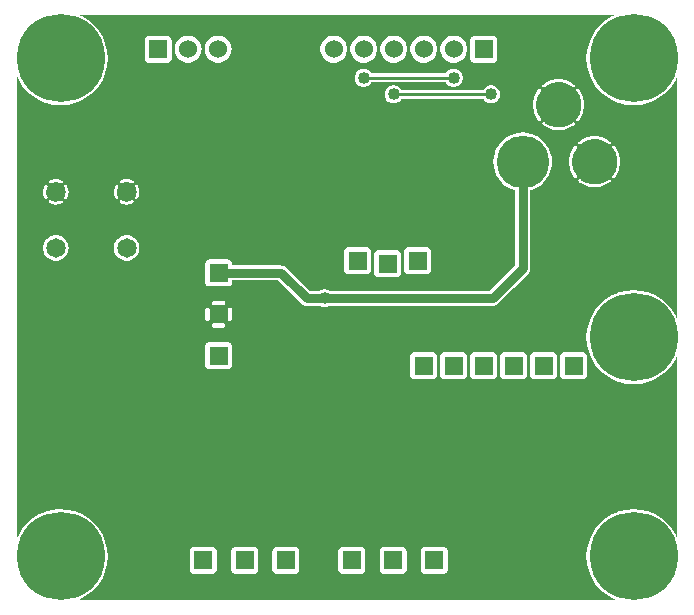
<source format=gbr>
G04 start of page 3 for group 1 idx 1 *
G04 Title: (unknown), bottom *
G04 Creator: pcb 20140316 *
G04 CreationDate: Mon 19 Dec 2016 04:58:44 AM GMT UTC *
G04 For: railfan *
G04 Format: Gerber/RS-274X *
G04 PCB-Dimensions (mil): 2250.00 2000.00 *
G04 PCB-Coordinate-Origin: lower left *
%MOIN*%
%FSLAX25Y25*%
%LNBOTTOM*%
%ADD42C,0.0350*%
%ADD41C,0.0380*%
%ADD40C,0.1250*%
%ADD39C,0.0420*%
%ADD38C,0.1100*%
%ADD37C,0.1285*%
%ADD36C,0.0200*%
%ADD35C,0.0650*%
%ADD34C,0.0600*%
%ADD33C,0.1750*%
%ADD32C,0.1500*%
%ADD31C,0.2937*%
%ADD30C,0.0100*%
%ADD29C,0.0400*%
%ADD28C,0.0300*%
%ADD27C,0.0001*%
G54D27*G36*
X190155Y169745D02*X190319Y169138D01*
X190435Y168488D01*
X190493Y167830D01*
Y167170D01*
X190435Y166512D01*
X190319Y165862D01*
X190155Y165255D01*
Y169745D01*
G37*
G36*
X202155Y150745D02*X202319Y150138D01*
X202435Y149488D01*
X202493Y148830D01*
Y148170D01*
X202435Y147512D01*
X202319Y146862D01*
X202155Y146255D01*
Y150745D01*
G37*
G36*
Y75445D02*X203138Y75038D01*
X205539Y74461D01*
X208000Y74268D01*
X210461Y74461D01*
X212862Y75038D01*
X215142Y75982D01*
X217247Y77272D01*
X219124Y78876D01*
X220728Y80753D01*
X222018Y82858D01*
X222500Y84022D01*
Y22978D01*
X222018Y24142D01*
X220728Y26247D01*
X219124Y28124D01*
X217247Y29728D01*
X215142Y31018D01*
X212862Y31962D01*
X210461Y32539D01*
X208000Y32732D01*
X205539Y32539D01*
X203138Y31962D01*
X202155Y31555D01*
Y75445D01*
G37*
G36*
Y168445D02*X203138Y168038D01*
X205539Y167461D01*
X208000Y167268D01*
X210461Y167461D01*
X212862Y168038D01*
X215142Y168982D01*
X217247Y170272D01*
X219124Y171876D01*
X220728Y173753D01*
X222018Y175858D01*
X222500Y177022D01*
Y95978D01*
X222018Y97142D01*
X220728Y99247D01*
X219124Y101124D01*
X217247Y102728D01*
X215142Y104018D01*
X212862Y104962D01*
X210461Y105539D01*
X208000Y105732D01*
X205539Y105539D01*
X203138Y104962D01*
X202155Y104555D01*
Y143896D01*
X202530Y144539D01*
X202849Y145216D01*
X203107Y145919D01*
X203303Y146642D01*
X203434Y147380D01*
X203500Y148126D01*
Y148874D01*
X203434Y149621D01*
X203303Y150358D01*
X203107Y151081D01*
X202849Y151784D01*
X202530Y152461D01*
X202155Y153104D01*
Y168445D01*
G37*
G36*
X190155Y197500D02*X202022D01*
X200858Y197018D01*
X198753Y195728D01*
X196876Y194124D01*
X195272Y192247D01*
X193982Y190142D01*
X193038Y187862D01*
X192461Y185461D01*
X192268Y183000D01*
X192461Y180539D01*
X193038Y178138D01*
X193982Y175858D01*
X195272Y173753D01*
X196876Y171876D01*
X198753Y170272D01*
X200858Y168982D01*
X202155Y168445D01*
Y153104D01*
X202152Y153108D01*
X201719Y153719D01*
X201666Y153779D01*
X201604Y153828D01*
X201534Y153868D01*
X201460Y153896D01*
X201381Y153912D01*
X201302Y153916D01*
X201222Y153907D01*
X201145Y153886D01*
X201073Y153853D01*
X201006Y153809D01*
X200947Y153756D01*
X200897Y153693D01*
X200857Y153624D01*
X200829Y153549D01*
X200813Y153471D01*
X200809Y153391D01*
X200818Y153312D01*
X200839Y153235D01*
X200872Y153162D01*
X200917Y153096D01*
X201305Y152562D01*
X201638Y151992D01*
X201919Y151395D01*
X202147Y150775D01*
X202155Y150745D01*
Y146255D01*
X202147Y146225D01*
X201919Y145605D01*
X201638Y145008D01*
X201305Y144438D01*
X200923Y143899D01*
X200879Y143834D01*
X200846Y143763D01*
X200825Y143687D01*
X200817Y143609D01*
X200820Y143530D01*
X200836Y143453D01*
X200864Y143379D01*
X200903Y143311D01*
X200952Y143249D01*
X201010Y143196D01*
X201076Y143153D01*
X201148Y143121D01*
X201224Y143100D01*
X201302Y143091D01*
X201381Y143095D01*
X201458Y143111D01*
X201531Y143139D01*
X201600Y143178D01*
X201661Y143227D01*
X201713Y143286D01*
X202152Y143892D01*
X202155Y143896D01*
Y104555D01*
X200858Y104018D01*
X198753Y102728D01*
X196876Y101124D01*
X195272Y99247D01*
X193982Y97142D01*
X193038Y94862D01*
X192461Y92461D01*
X192268Y90000D01*
X192461Y87539D01*
X193038Y85138D01*
X193982Y82858D01*
X195272Y80753D01*
X196876Y78876D01*
X198753Y77272D01*
X200858Y75982D01*
X202155Y75445D01*
Y31555D01*
X200858Y31018D01*
X198753Y29728D01*
X196876Y28124D01*
X195272Y26247D01*
X193982Y24142D01*
X193038Y21862D01*
X192461Y19461D01*
X192268Y17000D01*
X192461Y14539D01*
X193038Y12138D01*
X193982Y9858D01*
X195272Y7753D01*
X196876Y5876D01*
X198753Y4272D01*
X200858Y2982D01*
X202022Y2500D01*
X190155D01*
Y76011D01*
X191235Y76014D01*
X191465Y76069D01*
X191683Y76159D01*
X191884Y76283D01*
X192064Y76436D01*
X192217Y76616D01*
X192341Y76817D01*
X192431Y77035D01*
X192486Y77265D01*
X192500Y77500D01*
X192486Y83735D01*
X192431Y83965D01*
X192341Y84183D01*
X192217Y84384D01*
X192064Y84564D01*
X191884Y84717D01*
X191683Y84841D01*
X191465Y84931D01*
X191235Y84986D01*
X191000Y85000D01*
X190155Y84998D01*
Y141520D01*
X190392Y141348D01*
X191039Y140970D01*
X191716Y140651D01*
X192419Y140393D01*
X193142Y140197D01*
X193879Y140066D01*
X194626Y140000D01*
X195374D01*
X196120Y140066D01*
X196858Y140197D01*
X197581Y140393D01*
X198284Y140651D01*
X198961Y140970D01*
X199608Y141348D01*
X200219Y141781D01*
X200279Y141834D01*
X200328Y141896D01*
X200368Y141966D01*
X200396Y142040D01*
X200412Y142119D01*
X200416Y142198D01*
X200407Y142278D01*
X200386Y142355D01*
X200353Y142427D01*
X200309Y142494D01*
X200256Y142553D01*
X200193Y142603D01*
X200124Y142643D01*
X200049Y142671D01*
X199971Y142687D01*
X199891Y142691D01*
X199812Y142682D01*
X199735Y142661D01*
X199662Y142628D01*
X199596Y142583D01*
X199062Y142195D01*
X198492Y141862D01*
X197895Y141581D01*
X197275Y141353D01*
X196638Y141181D01*
X195988Y141065D01*
X195330Y141007D01*
X194670D01*
X194012Y141065D01*
X193362Y141181D01*
X192725Y141353D01*
X192105Y141581D01*
X191508Y141862D01*
X190938Y142195D01*
X190399Y142577D01*
X190334Y142621D01*
X190263Y142654D01*
X190187Y142675D01*
X190155Y142678D01*
Y154315D01*
X190188Y154318D01*
X190265Y154339D01*
X190338Y154372D01*
X190404Y154417D01*
X190938Y154805D01*
X191508Y155138D01*
X192105Y155419D01*
X192725Y155647D01*
X193362Y155819D01*
X194012Y155935D01*
X194670Y155993D01*
X195330D01*
X195988Y155935D01*
X196638Y155819D01*
X197275Y155647D01*
X197895Y155419D01*
X198492Y155138D01*
X199062Y154805D01*
X199601Y154423D01*
X199666Y154379D01*
X199737Y154346D01*
X199813Y154325D01*
X199891Y154317D01*
X199970Y154320D01*
X200047Y154336D01*
X200121Y154364D01*
X200189Y154403D01*
X200251Y154452D01*
X200304Y154510D01*
X200347Y154576D01*
X200379Y154648D01*
X200400Y154724D01*
X200409Y154802D01*
X200405Y154881D01*
X200389Y154958D01*
X200361Y155031D01*
X200322Y155100D01*
X200273Y155161D01*
X200214Y155213D01*
X199608Y155652D01*
X198961Y156030D01*
X198284Y156349D01*
X197581Y156607D01*
X196858Y156803D01*
X196120Y156934D01*
X195374Y157000D01*
X194626D01*
X193879Y156934D01*
X193142Y156803D01*
X192419Y156607D01*
X191716Y156349D01*
X191039Y156030D01*
X190392Y155652D01*
X190155Y155484D01*
Y162896D01*
X190530Y163539D01*
X190849Y164216D01*
X191107Y164919D01*
X191303Y165642D01*
X191434Y166380D01*
X191500Y167126D01*
Y167874D01*
X191434Y168621D01*
X191303Y169358D01*
X191107Y170081D01*
X190849Y170784D01*
X190530Y171461D01*
X190155Y172104D01*
Y197500D01*
G37*
G36*
X187845Y76006D02*X190155Y76011D01*
Y2500D01*
X187845D01*
Y76006D01*
G37*
G36*
Y197500D02*X190155D01*
Y172104D01*
X190152Y172108D01*
X189719Y172719D01*
X189666Y172779D01*
X189604Y172828D01*
X189534Y172868D01*
X189460Y172896D01*
X189381Y172912D01*
X189302Y172916D01*
X189222Y172907D01*
X189145Y172886D01*
X189073Y172853D01*
X189006Y172809D01*
X188947Y172756D01*
X188897Y172693D01*
X188857Y172624D01*
X188829Y172549D01*
X188813Y172471D01*
X188809Y172391D01*
X188818Y172312D01*
X188839Y172235D01*
X188872Y172162D01*
X188917Y172096D01*
X189305Y171562D01*
X189638Y170992D01*
X189919Y170395D01*
X190147Y169775D01*
X190155Y169745D01*
Y165255D01*
X190147Y165225D01*
X189919Y164605D01*
X189638Y164008D01*
X189305Y163438D01*
X188923Y162899D01*
X188879Y162834D01*
X188846Y162763D01*
X188825Y162687D01*
X188817Y162609D01*
X188820Y162530D01*
X188836Y162453D01*
X188864Y162379D01*
X188903Y162311D01*
X188952Y162249D01*
X189010Y162196D01*
X189076Y162153D01*
X189148Y162121D01*
X189224Y162100D01*
X189302Y162091D01*
X189381Y162095D01*
X189458Y162111D01*
X189531Y162139D01*
X189600Y162178D01*
X189661Y162227D01*
X189713Y162286D01*
X190152Y162892D01*
X190155Y162896D01*
Y155484D01*
X189781Y155219D01*
X189721Y155166D01*
X189672Y155104D01*
X189632Y155034D01*
X189604Y154960D01*
X189588Y154881D01*
X189584Y154802D01*
X189593Y154722D01*
X189614Y154645D01*
X189647Y154573D01*
X189691Y154506D01*
X189744Y154447D01*
X189807Y154397D01*
X189876Y154357D01*
X189951Y154329D01*
X190029Y154313D01*
X190109Y154309D01*
X190155Y154315D01*
Y142678D01*
X190109Y142683D01*
X190030Y142680D01*
X189953Y142664D01*
X189879Y142636D01*
X189811Y142597D01*
X189749Y142548D01*
X189696Y142490D01*
X189653Y142424D01*
X189621Y142352D01*
X189600Y142276D01*
X189591Y142198D01*
X189595Y142119D01*
X189611Y142042D01*
X189639Y141969D01*
X189678Y141900D01*
X189727Y141839D01*
X189786Y141787D01*
X190155Y141520D01*
Y84998D01*
X187845Y84993D01*
Y143896D01*
X187848Y143892D01*
X188281Y143281D01*
X188334Y143221D01*
X188396Y143172D01*
X188466Y143132D01*
X188540Y143104D01*
X188619Y143088D01*
X188698Y143084D01*
X188778Y143093D01*
X188855Y143114D01*
X188927Y143147D01*
X188994Y143191D01*
X189053Y143244D01*
X189103Y143307D01*
X189143Y143376D01*
X189171Y143451D01*
X189187Y143529D01*
X189191Y143609D01*
X189182Y143688D01*
X189161Y143765D01*
X189128Y143838D01*
X189083Y143904D01*
X188695Y144438D01*
X188362Y145008D01*
X188081Y145605D01*
X187853Y146225D01*
X187845Y146255D01*
Y150745D01*
X187853Y150775D01*
X188081Y151395D01*
X188362Y151992D01*
X188695Y152562D01*
X189077Y153101D01*
X189121Y153166D01*
X189154Y153237D01*
X189175Y153313D01*
X189183Y153391D01*
X189180Y153470D01*
X189164Y153547D01*
X189136Y153621D01*
X189097Y153689D01*
X189048Y153751D01*
X188990Y153804D01*
X188924Y153847D01*
X188852Y153879D01*
X188776Y153900D01*
X188698Y153909D01*
X188619Y153905D01*
X188542Y153889D01*
X188469Y153861D01*
X188400Y153822D01*
X188339Y153773D01*
X188287Y153714D01*
X187848Y153108D01*
X187845Y153104D01*
Y160516D01*
X188219Y160781D01*
X188279Y160834D01*
X188328Y160896D01*
X188368Y160966D01*
X188396Y161040D01*
X188412Y161119D01*
X188416Y161198D01*
X188407Y161278D01*
X188386Y161355D01*
X188353Y161427D01*
X188309Y161494D01*
X188256Y161553D01*
X188193Y161603D01*
X188124Y161643D01*
X188049Y161671D01*
X187971Y161687D01*
X187891Y161691D01*
X187845Y161686D01*
Y173322D01*
X187891Y173317D01*
X187970Y173320D01*
X188047Y173336D01*
X188121Y173364D01*
X188189Y173403D01*
X188251Y173452D01*
X188304Y173510D01*
X188347Y173576D01*
X188379Y173648D01*
X188400Y173724D01*
X188409Y173802D01*
X188405Y173881D01*
X188389Y173958D01*
X188361Y174031D01*
X188322Y174100D01*
X188273Y174161D01*
X188214Y174213D01*
X187845Y174480D01*
Y197500D01*
G37*
G36*
Y146255D02*X187681Y146862D01*
X187565Y147512D01*
X187507Y148170D01*
Y148830D01*
X187565Y149488D01*
X187681Y150138D01*
X187845Y150745D01*
Y146255D01*
G37*
G36*
Y161686D02*X187812Y161682D01*
X187735Y161661D01*
X187662Y161628D01*
X187596Y161583D01*
X187062Y161195D01*
X186492Y160862D01*
X185895Y160581D01*
X185275Y160353D01*
X184638Y160181D01*
X183988Y160065D01*
X183330Y160007D01*
X183004D01*
Y174993D01*
X183330D01*
X183988Y174935D01*
X184638Y174819D01*
X185275Y174647D01*
X185895Y174419D01*
X186492Y174138D01*
X187062Y173805D01*
X187601Y173423D01*
X187666Y173379D01*
X187737Y173346D01*
X187813Y173325D01*
X187845Y173322D01*
Y161686D01*
G37*
G36*
Y84993D02*X184765Y84986D01*
X184535Y84931D01*
X184317Y84841D01*
X184116Y84717D01*
X183936Y84564D01*
X183783Y84384D01*
X183659Y84183D01*
X183569Y83965D01*
X183514Y83735D01*
X183500Y83500D01*
X183514Y77265D01*
X183569Y77035D01*
X183659Y76817D01*
X183783Y76616D01*
X183936Y76436D01*
X184116Y76283D01*
X184317Y76159D01*
X184535Y76069D01*
X184765Y76014D01*
X185000Y76000D01*
X187845Y76006D01*
Y2500D01*
X183004D01*
Y159000D01*
X183374D01*
X184120Y159066D01*
X184858Y159197D01*
X185581Y159393D01*
X186284Y159651D01*
X186961Y159970D01*
X187608Y160348D01*
X187845Y160516D01*
Y153104D01*
X187470Y152461D01*
X187151Y151784D01*
X186893Y151081D01*
X186697Y150358D01*
X186566Y149621D01*
X186500Y148874D01*
Y148126D01*
X186566Y147380D01*
X186697Y146642D01*
X186893Y145919D01*
X187151Y145216D01*
X187470Y144539D01*
X187845Y143896D01*
Y84993D01*
G37*
G36*
X183004Y197500D02*X187845D01*
Y174480D01*
X187608Y174652D01*
X186961Y175030D01*
X186284Y175349D01*
X185581Y175607D01*
X184858Y175803D01*
X184120Y175934D01*
X183374Y176000D01*
X183004D01*
Y197500D01*
G37*
G36*
X175845D02*X183004D01*
Y176000D01*
X182626D01*
X181879Y175934D01*
X181142Y175803D01*
X180419Y175607D01*
X179716Y175349D01*
X179039Y175030D01*
X178392Y174652D01*
X177781Y174219D01*
X177721Y174166D01*
X177672Y174104D01*
X177632Y174034D01*
X177604Y173960D01*
X177588Y173881D01*
X177584Y173802D01*
X177593Y173722D01*
X177614Y173645D01*
X177647Y173573D01*
X177691Y173506D01*
X177744Y173447D01*
X177807Y173397D01*
X177876Y173357D01*
X177951Y173329D01*
X178029Y173313D01*
X178109Y173309D01*
X178188Y173318D01*
X178265Y173339D01*
X178338Y173372D01*
X178404Y173417D01*
X178938Y173805D01*
X179508Y174138D01*
X180105Y174419D01*
X180725Y174647D01*
X181362Y174819D01*
X182012Y174935D01*
X182670Y174993D01*
X183004D01*
Y160007D01*
X182670D01*
X182012Y160065D01*
X181362Y160181D01*
X180725Y160353D01*
X180105Y160581D01*
X179508Y160862D01*
X178938Y161195D01*
X178399Y161577D01*
X178334Y161621D01*
X178263Y161654D01*
X178187Y161675D01*
X178109Y161683D01*
X178030Y161680D01*
X177953Y161664D01*
X177879Y161636D01*
X177811Y161597D01*
X177749Y161548D01*
X177696Y161490D01*
X177653Y161424D01*
X177621Y161352D01*
X177600Y161276D01*
X177591Y161198D01*
X177595Y161119D01*
X177611Y161042D01*
X177639Y160969D01*
X177678Y160900D01*
X177727Y160839D01*
X177786Y160787D01*
X178392Y160348D01*
X179039Y159970D01*
X179716Y159651D01*
X180419Y159393D01*
X181142Y159197D01*
X181879Y159066D01*
X182626Y159000D01*
X183004D01*
Y2500D01*
X175845D01*
Y76002D01*
X181235Y76014D01*
X181465Y76069D01*
X181683Y76159D01*
X181884Y76283D01*
X182064Y76436D01*
X182217Y76616D01*
X182341Y76817D01*
X182431Y77035D01*
X182486Y77265D01*
X182500Y77500D01*
X182486Y83735D01*
X182431Y83965D01*
X182341Y84183D01*
X182217Y84384D01*
X182064Y84564D01*
X181884Y84717D01*
X181683Y84841D01*
X181465Y84931D01*
X181235Y84986D01*
X181000Y85000D01*
X175845Y84989D01*
Y140034D01*
X176749Y140588D01*
X177916Y141584D01*
X178912Y142751D01*
X179714Y144060D01*
X180301Y145478D01*
X180660Y146970D01*
X180750Y148500D01*
X180660Y150030D01*
X180301Y151522D01*
X179714Y152940D01*
X178912Y154249D01*
X177916Y155416D01*
X176749Y156412D01*
X175845Y156966D01*
Y162896D01*
X175848Y162892D01*
X176281Y162281D01*
X176334Y162221D01*
X176396Y162172D01*
X176466Y162132D01*
X176540Y162104D01*
X176619Y162088D01*
X176698Y162084D01*
X176778Y162093D01*
X176855Y162114D01*
X176927Y162147D01*
X176994Y162191D01*
X177053Y162244D01*
X177103Y162307D01*
X177143Y162376D01*
X177171Y162451D01*
X177187Y162529D01*
X177191Y162609D01*
X177182Y162688D01*
X177161Y162765D01*
X177128Y162838D01*
X177083Y162904D01*
X176695Y163438D01*
X176362Y164008D01*
X176081Y164605D01*
X175853Y165225D01*
X175845Y165255D01*
Y169745D01*
X175853Y169775D01*
X176081Y170395D01*
X176362Y170992D01*
X176695Y171562D01*
X177077Y172101D01*
X177121Y172166D01*
X177154Y172237D01*
X177175Y172313D01*
X177183Y172391D01*
X177180Y172470D01*
X177164Y172547D01*
X177136Y172621D01*
X177097Y172689D01*
X177048Y172751D01*
X176990Y172804D01*
X176924Y172847D01*
X176852Y172879D01*
X176776Y172900D01*
X176698Y172909D01*
X176619Y172905D01*
X176542Y172889D01*
X176469Y172861D01*
X176400Y172822D01*
X176339Y172773D01*
X176287Y172714D01*
X175848Y172108D01*
X175845Y172104D01*
Y197500D01*
G37*
G36*
Y165255D02*X175681Y165862D01*
X175565Y166512D01*
X175507Y167170D01*
Y167830D01*
X175565Y168488D01*
X175681Y169138D01*
X175845Y169745D01*
Y165255D01*
G37*
G36*
Y2500D02*X168000D01*
Y76007D01*
X171235Y76014D01*
X171465Y76069D01*
X171683Y76159D01*
X171884Y76283D01*
X172064Y76436D01*
X172217Y76616D01*
X172341Y76817D01*
X172431Y77035D01*
X172486Y77265D01*
X172500Y77500D01*
X172486Y83735D01*
X172431Y83965D01*
X172341Y84183D01*
X172217Y84384D01*
X172064Y84564D01*
X171884Y84717D01*
X171683Y84841D01*
X171465Y84931D01*
X171235Y84986D01*
X171000Y85000D01*
X168000Y84993D01*
Y106464D01*
X172698Y111163D01*
X172773Y111227D01*
X173029Y111526D01*
X173029Y111526D01*
X173234Y111862D01*
X173385Y112225D01*
X173477Y112608D01*
X173508Y113000D01*
X173500Y113098D01*
Y139073D01*
X174022Y139199D01*
X175440Y139786D01*
X175845Y140034D01*
Y84989D01*
X174765Y84986D01*
X174535Y84931D01*
X174317Y84841D01*
X174116Y84717D01*
X173936Y84564D01*
X173783Y84384D01*
X173659Y84183D01*
X173569Y83965D01*
X173514Y83735D01*
X173500Y83500D01*
X173514Y77265D01*
X173569Y77035D01*
X173659Y76817D01*
X173783Y76616D01*
X173936Y76436D01*
X174116Y76283D01*
X174317Y76159D01*
X174535Y76069D01*
X174765Y76014D01*
X175000Y76000D01*
X175845Y76002D01*
Y2500D01*
G37*
G36*
X168000D02*X158000D01*
Y76007D01*
X161235Y76014D01*
X161465Y76069D01*
X161683Y76159D01*
X161884Y76283D01*
X162064Y76436D01*
X162217Y76616D01*
X162341Y76817D01*
X162431Y77035D01*
X162486Y77265D01*
X162500Y77500D01*
X162486Y83735D01*
X162431Y83965D01*
X162341Y84183D01*
X162217Y84384D01*
X162064Y84564D01*
X161884Y84717D01*
X161683Y84841D01*
X161465Y84931D01*
X161235Y84986D01*
X161000Y85000D01*
X158000Y84993D01*
Y100500D01*
X160902D01*
X161000Y100492D01*
X161392Y100523D01*
X161392Y100523D01*
X161775Y100615D01*
X162138Y100766D01*
X162474Y100971D01*
X162773Y101227D01*
X162837Y101302D01*
X168000Y106464D01*
Y84993D01*
X164765Y84986D01*
X164535Y84931D01*
X164317Y84841D01*
X164116Y84717D01*
X163936Y84564D01*
X163783Y84384D01*
X163659Y84183D01*
X163569Y83965D01*
X163514Y83735D01*
X163500Y83500D01*
X163514Y77265D01*
X163569Y77035D01*
X163659Y76817D01*
X163783Y76616D01*
X163936Y76436D01*
X164116Y76283D01*
X164317Y76159D01*
X164535Y76069D01*
X164765Y76014D01*
X165000Y76000D01*
X168000Y76007D01*
Y2500D01*
G37*
G36*
X158000D02*X144245D01*
Y11185D01*
X144850Y11187D01*
X145079Y11242D01*
X145297Y11332D01*
X145499Y11456D01*
X145678Y11609D01*
X145831Y11788D01*
X145955Y11990D01*
X146045Y12208D01*
X146100Y12437D01*
X146114Y12673D01*
X146100Y18908D01*
X146045Y19138D01*
X145955Y19356D01*
X145831Y19557D01*
X145678Y19737D01*
X145499Y19890D01*
X145297Y20013D01*
X145079Y20104D01*
X144850Y20159D01*
X144614Y20173D01*
X144245Y20172D01*
Y76203D01*
X144317Y76159D01*
X144535Y76069D01*
X144765Y76014D01*
X145000Y76000D01*
X151235Y76014D01*
X151465Y76069D01*
X151683Y76159D01*
X151884Y76283D01*
X152064Y76436D01*
X152217Y76616D01*
X152341Y76817D01*
X152431Y77035D01*
X152486Y77265D01*
X152500Y77500D01*
X152486Y83735D01*
X152431Y83965D01*
X152341Y84183D01*
X152217Y84384D01*
X152064Y84564D01*
X151884Y84717D01*
X151683Y84841D01*
X151465Y84931D01*
X151235Y84986D01*
X151000Y85000D01*
X144765Y84986D01*
X144535Y84931D01*
X144317Y84841D01*
X144245Y84797D01*
Y100500D01*
X158000D01*
Y84993D01*
X154765Y84986D01*
X154535Y84931D01*
X154317Y84841D01*
X154116Y84717D01*
X153936Y84564D01*
X153783Y84384D01*
X153659Y84183D01*
X153569Y83965D01*
X153514Y83735D01*
X153500Y83500D01*
X153514Y77265D01*
X153569Y77035D01*
X153659Y76817D01*
X153783Y76616D01*
X153936Y76436D01*
X154116Y76283D01*
X154317Y76159D01*
X154535Y76069D01*
X154765Y76014D01*
X155000Y76000D01*
X158000Y76007D01*
Y2500D01*
G37*
G36*
Y197500D02*X175845D01*
Y172104D01*
X175470Y171461D01*
X175151Y170784D01*
X174893Y170081D01*
X174697Y169358D01*
X174566Y168621D01*
X174500Y167874D01*
Y167126D01*
X174566Y166380D01*
X174697Y165642D01*
X174893Y164919D01*
X175151Y164216D01*
X175470Y163539D01*
X175845Y162896D01*
Y156966D01*
X175440Y157214D01*
X174022Y157801D01*
X172530Y158160D01*
X171000Y158280D01*
X169470Y158160D01*
X167978Y157801D01*
X166560Y157214D01*
X165251Y156412D01*
X164084Y155416D01*
X163088Y154249D01*
X162286Y152940D01*
X161699Y151522D01*
X161340Y150030D01*
X161220Y148500D01*
X161340Y146970D01*
X161699Y145478D01*
X162286Y144060D01*
X163088Y142751D01*
X164084Y141584D01*
X165251Y140588D01*
X166560Y139786D01*
X167978Y139199D01*
X168500Y139073D01*
Y114036D01*
X159964Y105500D01*
X158000D01*
Y169338D01*
X158065Y169231D01*
X158372Y168872D01*
X158731Y168565D01*
X159134Y168319D01*
X159570Y168138D01*
X160029Y168028D01*
X160500Y167991D01*
X160971Y168028D01*
X161430Y168138D01*
X161866Y168319D01*
X162269Y168565D01*
X162628Y168872D01*
X162935Y169231D01*
X163181Y169634D01*
X163362Y170070D01*
X163472Y170529D01*
X163500Y171000D01*
X163472Y171471D01*
X163362Y171930D01*
X163181Y172366D01*
X162935Y172769D01*
X162628Y173128D01*
X162269Y173435D01*
X161866Y173681D01*
X161430Y173862D01*
X160971Y173972D01*
X160500Y174009D01*
X160029Y173972D01*
X159570Y173862D01*
X159134Y173681D01*
X158731Y173435D01*
X158372Y173128D01*
X158065Y172769D01*
X158000Y172662D01*
Y181507D01*
X161235Y181514D01*
X161465Y181569D01*
X161683Y181659D01*
X161884Y181783D01*
X162064Y181936D01*
X162217Y182116D01*
X162341Y182317D01*
X162431Y182535D01*
X162486Y182765D01*
X162500Y183000D01*
X162486Y189235D01*
X162431Y189465D01*
X162341Y189683D01*
X162217Y189884D01*
X162064Y190064D01*
X161884Y190217D01*
X161683Y190341D01*
X161465Y190431D01*
X161235Y190486D01*
X161000Y190500D01*
X158000Y190493D01*
Y197500D01*
G37*
G36*
Y105500D02*X144245D01*
Y169500D01*
X157901D01*
X158000Y169338D01*
Y105500D01*
G37*
G36*
X144245Y197500D02*X158000D01*
Y190493D01*
X154765Y190486D01*
X154535Y190431D01*
X154317Y190341D01*
X154116Y190217D01*
X153936Y190064D01*
X153783Y189884D01*
X153659Y189683D01*
X153569Y189465D01*
X153514Y189235D01*
X153500Y189000D01*
X153514Y182765D01*
X153569Y182535D01*
X153659Y182317D01*
X153783Y182116D01*
X153936Y181936D01*
X154116Y181783D01*
X154317Y181659D01*
X154535Y181569D01*
X154765Y181514D01*
X155000Y181500D01*
X158000Y181507D01*
Y172662D01*
X157901Y172500D01*
X144245D01*
Y175000D01*
X145401D01*
X145565Y174731D01*
X145872Y174372D01*
X146231Y174065D01*
X146634Y173819D01*
X147070Y173638D01*
X147529Y173528D01*
X148000Y173491D01*
X148471Y173528D01*
X148930Y173638D01*
X149366Y173819D01*
X149769Y174065D01*
X150128Y174372D01*
X150435Y174731D01*
X150681Y175134D01*
X150862Y175570D01*
X150972Y176029D01*
X151000Y176500D01*
X150972Y176971D01*
X150862Y177430D01*
X150681Y177866D01*
X150435Y178269D01*
X150128Y178628D01*
X149769Y178935D01*
X149366Y179181D01*
X148930Y179362D01*
X148471Y179472D01*
X148000Y179509D01*
X147529Y179472D01*
X147070Y179362D01*
X146634Y179181D01*
X146231Y178935D01*
X145872Y178628D01*
X145565Y178269D01*
X145401Y178000D01*
X144245D01*
Y183515D01*
X144348Y183347D01*
X144808Y182808D01*
X145347Y182348D01*
X145951Y181978D01*
X146605Y181707D01*
X147294Y181542D01*
X148000Y181486D01*
X148706Y181542D01*
X149395Y181707D01*
X150049Y181978D01*
X150653Y182348D01*
X151192Y182808D01*
X151652Y183347D01*
X152022Y183951D01*
X152293Y184605D01*
X152458Y185294D01*
X152500Y186000D01*
X152458Y186706D01*
X152293Y187395D01*
X152022Y188049D01*
X151652Y188653D01*
X151192Y189192D01*
X150653Y189652D01*
X150049Y190022D01*
X149395Y190293D01*
X148706Y190458D01*
X148000Y190514D01*
X147294Y190458D01*
X146605Y190293D01*
X145951Y190022D01*
X145347Y189652D01*
X144808Y189192D01*
X144348Y188653D01*
X144245Y188485D01*
Y197500D01*
G37*
G36*
X136000Y100500D02*X144245D01*
Y84797D01*
X144116Y84717D01*
X143936Y84564D01*
X143783Y84384D01*
X143659Y84183D01*
X143569Y83965D01*
X143514Y83735D01*
X143500Y83500D01*
X143514Y77265D01*
X143569Y77035D01*
X143659Y76817D01*
X143783Y76616D01*
X143936Y76436D01*
X144116Y76283D01*
X144245Y76203D01*
Y20172D01*
X138379Y20159D01*
X138149Y20104D01*
X137931Y20013D01*
X137730Y19890D01*
X137550Y19737D01*
X137397Y19557D01*
X137274Y19356D01*
X137183Y19138D01*
X137128Y18908D01*
X137114Y18673D01*
X137128Y12437D01*
X137183Y12208D01*
X137274Y11990D01*
X137397Y11788D01*
X137550Y11609D01*
X137730Y11456D01*
X137931Y11332D01*
X138149Y11242D01*
X138379Y11187D01*
X138614Y11173D01*
X144245Y11185D01*
Y2500D01*
X136000D01*
Y76002D01*
X141235Y76014D01*
X141465Y76069D01*
X141683Y76159D01*
X141884Y76283D01*
X142064Y76436D01*
X142217Y76616D01*
X142341Y76817D01*
X142431Y77035D01*
X142486Y77265D01*
X142500Y77500D01*
X142486Y83735D01*
X142431Y83965D01*
X142341Y84183D01*
X142217Y84384D01*
X142064Y84564D01*
X141884Y84717D01*
X141683Y84841D01*
X141465Y84931D01*
X141235Y84986D01*
X141000Y85000D01*
X136000Y84989D01*
Y100500D01*
G37*
G36*
Y169500D02*X144245D01*
Y105500D01*
X136000D01*
Y111007D01*
X139235Y111014D01*
X139465Y111069D01*
X139683Y111159D01*
X139884Y111283D01*
X140064Y111436D01*
X140217Y111616D01*
X140341Y111817D01*
X140431Y112035D01*
X140486Y112265D01*
X140500Y112500D01*
X140486Y118735D01*
X140431Y118965D01*
X140341Y119183D01*
X140217Y119384D01*
X140064Y119564D01*
X139884Y119717D01*
X139683Y119841D01*
X139465Y119931D01*
X139235Y119986D01*
X139000Y120000D01*
X136000Y119993D01*
Y169500D01*
G37*
G36*
Y175000D02*X144245D01*
Y172500D01*
X136000D01*
Y175000D01*
G37*
G36*
Y197500D02*X144245D01*
Y188485D01*
X143978Y188049D01*
X143707Y187395D01*
X143542Y186706D01*
X143486Y186000D01*
X143542Y185294D01*
X143707Y184605D01*
X143978Y183951D01*
X144245Y183515D01*
Y178000D01*
X136000D01*
Y181958D01*
X136605Y181707D01*
X137294Y181542D01*
X138000Y181486D01*
X138706Y181542D01*
X139395Y181707D01*
X140049Y181978D01*
X140653Y182348D01*
X141192Y182808D01*
X141652Y183347D01*
X142022Y183951D01*
X142293Y184605D01*
X142458Y185294D01*
X142500Y186000D01*
X142458Y186706D01*
X142293Y187395D01*
X142022Y188049D01*
X141652Y188653D01*
X141192Y189192D01*
X140653Y189652D01*
X140049Y190022D01*
X139395Y190293D01*
X138706Y190458D01*
X138000Y190514D01*
X137294Y190458D01*
X136605Y190293D01*
X136000Y190042D01*
Y197500D01*
G37*
G36*
X127993Y100500D02*X136000D01*
Y84989D01*
X134765Y84986D01*
X134535Y84931D01*
X134317Y84841D01*
X134116Y84717D01*
X133936Y84564D01*
X133783Y84384D01*
X133659Y84183D01*
X133569Y83965D01*
X133514Y83735D01*
X133500Y83500D01*
X133514Y77265D01*
X133569Y77035D01*
X133659Y76817D01*
X133783Y76616D01*
X133936Y76436D01*
X134116Y76283D01*
X134317Y76159D01*
X134535Y76069D01*
X134765Y76014D01*
X135000Y76000D01*
X136000Y76002D01*
Y2500D01*
X127993D01*
Y11180D01*
X131070Y11187D01*
X131300Y11242D01*
X131518Y11332D01*
X131719Y11456D01*
X131899Y11609D01*
X132052Y11788D01*
X132176Y11990D01*
X132266Y12208D01*
X132321Y12437D01*
X132335Y12673D01*
X132321Y18908D01*
X132266Y19138D01*
X132176Y19356D01*
X132052Y19557D01*
X131899Y19737D01*
X131719Y19890D01*
X131518Y20013D01*
X131300Y20104D01*
X131070Y20159D01*
X130835Y20173D01*
X127993Y20166D01*
Y100500D01*
G37*
G36*
Y167991D02*X128000Y167991D01*
X128471Y168028D01*
X128930Y168138D01*
X129366Y168319D01*
X129769Y168565D01*
X130128Y168872D01*
X130435Y169231D01*
X130599Y169500D01*
X136000D01*
Y119993D01*
X132765Y119986D01*
X132535Y119931D01*
X132317Y119841D01*
X132116Y119717D01*
X131936Y119564D01*
X131783Y119384D01*
X131659Y119183D01*
X131569Y118965D01*
X131514Y118735D01*
X131500Y118500D01*
X131514Y112265D01*
X131569Y112035D01*
X131659Y111817D01*
X131783Y111616D01*
X131936Y111436D01*
X132116Y111283D01*
X132317Y111159D01*
X132535Y111069D01*
X132765Y111014D01*
X133000Y111000D01*
X136000Y111007D01*
Y105500D01*
X127993D01*
Y110011D01*
X129235Y110014D01*
X129465Y110069D01*
X129683Y110159D01*
X129884Y110283D01*
X130064Y110436D01*
X130217Y110616D01*
X130341Y110817D01*
X130431Y111035D01*
X130486Y111265D01*
X130500Y111500D01*
X130486Y117735D01*
X130431Y117965D01*
X130341Y118183D01*
X130217Y118384D01*
X130064Y118564D01*
X129884Y118717D01*
X129683Y118841D01*
X129465Y118931D01*
X129235Y118986D01*
X129000Y119000D01*
X127993Y118998D01*
Y167991D01*
G37*
G36*
Y175000D02*X136000D01*
Y172500D01*
X130599D01*
X130435Y172769D01*
X130128Y173128D01*
X129769Y173435D01*
X129366Y173681D01*
X128930Y173862D01*
X128471Y173972D01*
X128000Y174009D01*
X127993Y174009D01*
Y175000D01*
G37*
G36*
Y197500D02*X136000D01*
Y190042D01*
X135951Y190022D01*
X135347Y189652D01*
X134808Y189192D01*
X134348Y188653D01*
X133978Y188049D01*
X133707Y187395D01*
X133542Y186706D01*
X133486Y186000D01*
X133542Y185294D01*
X133707Y184605D01*
X133978Y183951D01*
X134348Y183347D01*
X134808Y182808D01*
X135347Y182348D01*
X135951Y181978D01*
X136000Y181958D01*
Y178000D01*
X127993D01*
Y181487D01*
X128000Y181486D01*
X128706Y181542D01*
X129395Y181707D01*
X130049Y181978D01*
X130653Y182348D01*
X131192Y182808D01*
X131652Y183347D01*
X132022Y183951D01*
X132293Y184605D01*
X132458Y185294D01*
X132500Y186000D01*
X132458Y186706D01*
X132293Y187395D01*
X132022Y188049D01*
X131652Y188653D01*
X131192Y189192D01*
X130653Y189652D01*
X130049Y190022D01*
X129395Y190293D01*
X128706Y190458D01*
X128000Y190514D01*
X127993Y190513D01*
Y197500D01*
G37*
G36*
X117993Y100500D02*X127993D01*
Y20166D01*
X124600Y20159D01*
X124370Y20104D01*
X124152Y20013D01*
X123951Y19890D01*
X123771Y19737D01*
X123618Y19557D01*
X123494Y19356D01*
X123404Y19138D01*
X123349Y18908D01*
X123335Y18673D01*
X123349Y12437D01*
X123404Y12208D01*
X123494Y11990D01*
X123618Y11788D01*
X123771Y11609D01*
X123951Y11456D01*
X124152Y11332D01*
X124370Y11242D01*
X124600Y11187D01*
X124835Y11173D01*
X127993Y11180D01*
Y2500D01*
X117993D01*
Y11501D01*
X118119Y11609D01*
X118272Y11788D01*
X118396Y11990D01*
X118486Y12208D01*
X118541Y12437D01*
X118555Y12673D01*
X118541Y18908D01*
X118486Y19138D01*
X118396Y19356D01*
X118272Y19557D01*
X118119Y19737D01*
X117993Y19844D01*
Y100500D01*
G37*
G36*
Y173491D02*X118000Y173491D01*
X118471Y173528D01*
X118930Y173638D01*
X119366Y173819D01*
X119769Y174065D01*
X120128Y174372D01*
X120435Y174731D01*
X120599Y175000D01*
X127993D01*
Y174009D01*
X127529Y173972D01*
X127070Y173862D01*
X126634Y173681D01*
X126231Y173435D01*
X125872Y173128D01*
X125565Y172769D01*
X125319Y172366D01*
X125138Y171930D01*
X125028Y171471D01*
X124991Y171000D01*
X125028Y170529D01*
X125138Y170070D01*
X125319Y169634D01*
X125565Y169231D01*
X125872Y168872D01*
X126231Y168565D01*
X126634Y168319D01*
X127070Y168138D01*
X127529Y168028D01*
X127993Y167991D01*
Y118998D01*
X122765Y118986D01*
X122535Y118931D01*
X122317Y118841D01*
X122116Y118717D01*
X121936Y118564D01*
X121783Y118384D01*
X121659Y118183D01*
X121569Y117965D01*
X121514Y117735D01*
X121500Y117500D01*
X121514Y111265D01*
X121569Y111035D01*
X121659Y110817D01*
X121783Y110616D01*
X121936Y110436D01*
X122116Y110283D01*
X122317Y110159D01*
X122535Y110069D01*
X122765Y110014D01*
X123000Y110000D01*
X127993Y110011D01*
Y105500D01*
X117993D01*
Y111011D01*
X119235Y111014D01*
X119465Y111069D01*
X119683Y111159D01*
X119884Y111283D01*
X120064Y111436D01*
X120217Y111616D01*
X120341Y111817D01*
X120431Y112035D01*
X120486Y112265D01*
X120500Y112500D01*
X120486Y118735D01*
X120431Y118965D01*
X120341Y119183D01*
X120217Y119384D01*
X120064Y119564D01*
X119884Y119717D01*
X119683Y119841D01*
X119465Y119931D01*
X119235Y119986D01*
X119000Y120000D01*
X117993Y119998D01*
Y173491D01*
G37*
G36*
Y197500D02*X127993D01*
Y190513D01*
X127294Y190458D01*
X126605Y190293D01*
X125951Y190022D01*
X125347Y189652D01*
X124808Y189192D01*
X124348Y188653D01*
X123978Y188049D01*
X123707Y187395D01*
X123542Y186706D01*
X123486Y186000D01*
X123542Y185294D01*
X123707Y184605D01*
X123978Y183951D01*
X124348Y183347D01*
X124808Y182808D01*
X125347Y182348D01*
X125951Y181978D01*
X126605Y181707D01*
X127294Y181542D01*
X127993Y181487D01*
Y178000D01*
X120599D01*
X120435Y178269D01*
X120128Y178628D01*
X119769Y178935D01*
X119366Y179181D01*
X118930Y179362D01*
X118471Y179472D01*
X118000Y179509D01*
X117993Y179509D01*
Y181487D01*
X118000Y181486D01*
X118706Y181542D01*
X119395Y181707D01*
X120049Y181978D01*
X120653Y182348D01*
X121192Y182808D01*
X121652Y183347D01*
X122022Y183951D01*
X122293Y184605D01*
X122458Y185294D01*
X122500Y186000D01*
X122458Y186706D01*
X122293Y187395D01*
X122022Y188049D01*
X121652Y188653D01*
X121192Y189192D01*
X120653Y189652D01*
X120049Y190022D01*
X119395Y190293D01*
X118706Y190458D01*
X118000Y190514D01*
X117993Y190513D01*
Y197500D01*
G37*
G36*
X107993Y100500D02*X117993D01*
Y19844D01*
X117940Y19890D01*
X117738Y20013D01*
X117520Y20104D01*
X117290Y20159D01*
X117055Y20173D01*
X110820Y20159D01*
X110590Y20104D01*
X110372Y20013D01*
X110171Y19890D01*
X109991Y19737D01*
X109838Y19557D01*
X109714Y19356D01*
X109624Y19138D01*
X109569Y18908D01*
X109555Y18673D01*
X109569Y12437D01*
X109624Y12208D01*
X109714Y11990D01*
X109838Y11788D01*
X109991Y11609D01*
X110171Y11456D01*
X110372Y11332D01*
X110590Y11242D01*
X110820Y11187D01*
X111055Y11173D01*
X117290Y11187D01*
X117520Y11242D01*
X117738Y11332D01*
X117940Y11456D01*
X117993Y11501D01*
Y2500D01*
X107993D01*
Y100500D01*
G37*
G36*
Y197500D02*X117993D01*
Y190513D01*
X117294Y190458D01*
X116605Y190293D01*
X115951Y190022D01*
X115347Y189652D01*
X114808Y189192D01*
X114348Y188653D01*
X113978Y188049D01*
X113707Y187395D01*
X113542Y186706D01*
X113486Y186000D01*
X113542Y185294D01*
X113707Y184605D01*
X113978Y183951D01*
X114348Y183347D01*
X114808Y182808D01*
X115347Y182348D01*
X115951Y181978D01*
X116605Y181707D01*
X117294Y181542D01*
X117993Y181487D01*
Y179509D01*
X117529Y179472D01*
X117070Y179362D01*
X116634Y179181D01*
X116231Y178935D01*
X115872Y178628D01*
X115565Y178269D01*
X115319Y177866D01*
X115138Y177430D01*
X115028Y176971D01*
X114991Y176500D01*
X115028Y176029D01*
X115138Y175570D01*
X115319Y175134D01*
X115565Y174731D01*
X115872Y174372D01*
X116231Y174065D01*
X116634Y173819D01*
X117070Y173638D01*
X117529Y173528D01*
X117993Y173491D01*
Y119998D01*
X112765Y119986D01*
X112535Y119931D01*
X112317Y119841D01*
X112116Y119717D01*
X111936Y119564D01*
X111783Y119384D01*
X111659Y119183D01*
X111569Y118965D01*
X111514Y118735D01*
X111500Y118500D01*
X111514Y112265D01*
X111569Y112035D01*
X111659Y111817D01*
X111783Y111616D01*
X111936Y111436D01*
X112116Y111283D01*
X112317Y111159D01*
X112535Y111069D01*
X112765Y111014D01*
X113000Y111000D01*
X117993Y111011D01*
Y105500D01*
X107993D01*
Y181487D01*
X108000Y181486D01*
X108706Y181542D01*
X109395Y181707D01*
X110049Y181978D01*
X110653Y182348D01*
X111192Y182808D01*
X111652Y183347D01*
X112022Y183951D01*
X112293Y184605D01*
X112458Y185294D01*
X112500Y186000D01*
X112458Y186706D01*
X112293Y187395D01*
X112022Y188049D01*
X111652Y188653D01*
X111192Y189192D01*
X110653Y189652D01*
X110049Y190022D01*
X109395Y190293D01*
X108706Y190458D01*
X108000Y190514D01*
X107993Y190513D01*
Y197500D01*
G37*
G36*
X92114Y106350D02*X97163Y101302D01*
X97227Y101227D01*
X97526Y100971D01*
X97862Y100766D01*
X98225Y100615D01*
X98608Y100523D01*
X98608D01*
X99000Y100492D01*
X99098Y100500D01*
X103338D01*
X103634Y100319D01*
X104070Y100138D01*
X104529Y100028D01*
X105000Y99991D01*
X105471Y100028D01*
X105930Y100138D01*
X106366Y100319D01*
X106662Y100500D01*
X107993D01*
Y2500D01*
X92114D01*
Y11180D01*
X95350Y11187D01*
X95579Y11242D01*
X95797Y11332D01*
X95999Y11456D01*
X96178Y11609D01*
X96331Y11788D01*
X96455Y11990D01*
X96545Y12208D01*
X96600Y12437D01*
X96614Y12673D01*
X96600Y18908D01*
X96545Y19138D01*
X96455Y19356D01*
X96331Y19557D01*
X96178Y19737D01*
X95999Y19890D01*
X95797Y20013D01*
X95579Y20104D01*
X95350Y20159D01*
X95114Y20173D01*
X92114Y20166D01*
Y106350D01*
G37*
G36*
X78335Y108945D02*X89520D01*
X92114Y106350D01*
Y20166D01*
X88879Y20159D01*
X88649Y20104D01*
X88431Y20013D01*
X88230Y19890D01*
X88050Y19737D01*
X87897Y19557D01*
X87774Y19356D01*
X87683Y19138D01*
X87628Y18908D01*
X87614Y18673D01*
X87628Y12437D01*
X87683Y12208D01*
X87774Y11990D01*
X87897Y11788D01*
X88050Y11609D01*
X88230Y11456D01*
X88431Y11332D01*
X88649Y11242D01*
X88879Y11187D01*
X89114Y11173D01*
X92114Y11180D01*
Y2500D01*
X78335D01*
Y11180D01*
X81570Y11187D01*
X81800Y11242D01*
X82018Y11332D01*
X82219Y11456D01*
X82399Y11609D01*
X82552Y11788D01*
X82676Y11990D01*
X82766Y12208D01*
X82821Y12437D01*
X82835Y12673D01*
X82821Y18908D01*
X82766Y19138D01*
X82676Y19356D01*
X82552Y19557D01*
X82399Y19737D01*
X82219Y19890D01*
X82018Y20013D01*
X81800Y20104D01*
X81570Y20159D01*
X81335Y20173D01*
X78335Y20166D01*
Y108945D01*
G37*
G36*
X73423Y107145D02*X73557Y107228D01*
X73737Y107381D01*
X73890Y107560D01*
X74014Y107762D01*
X74104Y107980D01*
X74159Y108210D01*
X74173Y108445D01*
X74172Y108945D01*
X78335D01*
Y20166D01*
X75100Y20159D01*
X74870Y20104D01*
X74652Y20013D01*
X74451Y19890D01*
X74271Y19737D01*
X74118Y19557D01*
X73994Y19356D01*
X73904Y19138D01*
X73849Y18908D01*
X73835Y18673D01*
X73849Y12437D01*
X73904Y12208D01*
X73994Y11990D01*
X74118Y11788D01*
X74271Y11609D01*
X74451Y11456D01*
X74652Y11332D01*
X74870Y11242D01*
X75100Y11187D01*
X75335Y11173D01*
X78335Y11180D01*
Y2500D01*
X73423D01*
Y79586D01*
X73557Y79669D01*
X73737Y79822D01*
X73890Y80001D01*
X74014Y80203D01*
X74104Y80421D01*
X74159Y80650D01*
X74173Y80886D01*
X74159Y87121D01*
X74104Y87351D01*
X74014Y87569D01*
X73890Y87770D01*
X73737Y87950D01*
X73557Y88103D01*
X73423Y88185D01*
Y95413D01*
X73541Y95422D01*
X73655Y95449D01*
X73765Y95495D01*
X73865Y95556D01*
X73955Y95633D01*
X74032Y95723D01*
X74093Y95823D01*
X74138Y95932D01*
X74166Y96047D01*
X74173Y96165D01*
Y99165D01*
X74166Y99283D01*
X74138Y99397D01*
X74093Y99507D01*
X74032Y99607D01*
X73955Y99697D01*
X73865Y99774D01*
X73765Y99835D01*
X73655Y99880D01*
X73541Y99908D01*
X73423Y99917D01*
Y107145D01*
G37*
G36*
Y2500D02*X69493D01*
Y79392D01*
X72908Y79400D01*
X73138Y79455D01*
X73356Y79545D01*
X73423Y79586D01*
Y2500D01*
G37*
G36*
X69493Y106951D02*X72908Y106959D01*
X73138Y107014D01*
X73356Y107104D01*
X73423Y107145D01*
Y99917D01*
X73305Y99908D01*
X73191Y99880D01*
X73081Y99835D01*
X72981Y99774D01*
X72891Y99697D01*
X72814Y99607D01*
X72753Y99507D01*
X72708Y99397D01*
X72680Y99283D01*
X72673Y99165D01*
Y96165D01*
X72680Y96047D01*
X72708Y95932D01*
X72753Y95823D01*
X72814Y95723D01*
X72891Y95633D01*
X72981Y95556D01*
X73081Y95495D01*
X73191Y95449D01*
X73305Y95422D01*
X73423Y95413D01*
Y88185D01*
X73356Y88226D01*
X73138Y88317D01*
X72908Y88372D01*
X72673Y88386D01*
X69493Y88379D01*
Y93165D01*
X71173D01*
X71291Y93172D01*
X71405Y93199D01*
X71515Y93245D01*
X71615Y93306D01*
X71705Y93383D01*
X71782Y93473D01*
X71843Y93573D01*
X71888Y93682D01*
X71916Y93797D01*
X71925Y93915D01*
X71916Y94033D01*
X71888Y94147D01*
X71843Y94257D01*
X71782Y94357D01*
X71705Y94447D01*
X71615Y94524D01*
X71515Y94585D01*
X71405Y94630D01*
X71291Y94658D01*
X71173Y94665D01*
X69493D01*
Y100665D01*
X71173D01*
X71291Y100672D01*
X71405Y100699D01*
X71515Y100745D01*
X71615Y100806D01*
X71705Y100883D01*
X71782Y100973D01*
X71843Y101073D01*
X71888Y101182D01*
X71916Y101297D01*
X71925Y101415D01*
X71916Y101533D01*
X71888Y101647D01*
X71843Y101757D01*
X71782Y101857D01*
X71705Y101947D01*
X71615Y102024D01*
X71515Y102085D01*
X71405Y102130D01*
X71291Y102158D01*
X71173Y102165D01*
X69493D01*
Y106951D01*
G37*
G36*
Y197500D02*X107993D01*
Y190513D01*
X107294Y190458D01*
X106605Y190293D01*
X105951Y190022D01*
X105347Y189652D01*
X104808Y189192D01*
X104348Y188653D01*
X103978Y188049D01*
X103707Y187395D01*
X103542Y186706D01*
X103486Y186000D01*
X103542Y185294D01*
X103707Y184605D01*
X103978Y183951D01*
X104348Y183347D01*
X104808Y182808D01*
X105347Y182348D01*
X105951Y181978D01*
X106605Y181707D01*
X107294Y181542D01*
X107993Y181487D01*
Y105500D01*
X106662D01*
X106366Y105681D01*
X105930Y105862D01*
X105471Y105972D01*
X105000Y106009D01*
X104529Y105972D01*
X104070Y105862D01*
X103634Y105681D01*
X103338Y105500D01*
X100036D01*
X92392Y113143D01*
X92328Y113218D01*
X92029Y113474D01*
X91694Y113679D01*
X91330Y113830D01*
X91039Y113900D01*
X90947Y113922D01*
X90555Y113953D01*
X90457Y113945D01*
X74161D01*
X74159Y114680D01*
X74104Y114910D01*
X74014Y115128D01*
X73890Y115329D01*
X73737Y115509D01*
X73557Y115662D01*
X73356Y115786D01*
X73138Y115876D01*
X72908Y115931D01*
X72673Y115945D01*
X69493Y115938D01*
Y181487D01*
X69500Y181486D01*
X70206Y181542D01*
X70895Y181707D01*
X71549Y181978D01*
X72153Y182348D01*
X72692Y182808D01*
X73152Y183347D01*
X73522Y183951D01*
X73793Y184605D01*
X73958Y185294D01*
X74000Y186000D01*
X73958Y186706D01*
X73793Y187395D01*
X73522Y188049D01*
X73152Y188653D01*
X72692Y189192D01*
X72153Y189652D01*
X71549Y190022D01*
X70895Y190293D01*
X70206Y190458D01*
X69500Y190514D01*
X69493Y190513D01*
Y197500D01*
G37*
G36*
X65923Y79586D02*X65990Y79545D01*
X66208Y79455D01*
X66438Y79400D01*
X66673Y79386D01*
X69493Y79392D01*
Y2500D01*
X65923D01*
Y11183D01*
X67790Y11187D01*
X68020Y11242D01*
X68238Y11332D01*
X68440Y11456D01*
X68619Y11609D01*
X68772Y11788D01*
X68896Y11990D01*
X68986Y12208D01*
X69041Y12437D01*
X69055Y12673D01*
X69041Y18908D01*
X68986Y19138D01*
X68896Y19356D01*
X68772Y19557D01*
X68619Y19737D01*
X68440Y19890D01*
X68238Y20013D01*
X68020Y20104D01*
X67790Y20159D01*
X67555Y20173D01*
X65923Y20169D01*
Y79586D01*
G37*
G36*
Y107145D02*X65990Y107104D01*
X66208Y107014D01*
X66438Y106959D01*
X66673Y106945D01*
X69493Y106951D01*
Y102165D01*
X68173D01*
X68055Y102158D01*
X67941Y102130D01*
X67831Y102085D01*
X67731Y102024D01*
X67641Y101947D01*
X67564Y101857D01*
X67503Y101757D01*
X67458Y101647D01*
X67430Y101533D01*
X67421Y101415D01*
X67430Y101297D01*
X67458Y101182D01*
X67503Y101073D01*
X67564Y100973D01*
X67641Y100883D01*
X67731Y100806D01*
X67831Y100745D01*
X67941Y100699D01*
X68055Y100672D01*
X68173Y100665D01*
X69493D01*
Y94665D01*
X68173D01*
X68055Y94658D01*
X67941Y94630D01*
X67831Y94585D01*
X67731Y94524D01*
X67641Y94447D01*
X67564Y94357D01*
X67503Y94257D01*
X67458Y94147D01*
X67430Y94033D01*
X67421Y93915D01*
X67430Y93797D01*
X67458Y93682D01*
X67503Y93573D01*
X67564Y93473D01*
X67641Y93383D01*
X67731Y93306D01*
X67831Y93245D01*
X67941Y93199D01*
X68055Y93172D01*
X68173Y93165D01*
X69493D01*
Y88379D01*
X66438Y88372D01*
X66208Y88317D01*
X65990Y88226D01*
X65923Y88185D01*
Y95413D01*
X66041Y95422D01*
X66155Y95449D01*
X66265Y95495D01*
X66365Y95556D01*
X66455Y95633D01*
X66532Y95723D01*
X66593Y95823D01*
X66638Y95932D01*
X66666Y96047D01*
X66673Y96165D01*
Y99165D01*
X66666Y99283D01*
X66638Y99397D01*
X66593Y99507D01*
X66532Y99607D01*
X66455Y99697D01*
X66365Y99774D01*
X66265Y99835D01*
X66155Y99880D01*
X66041Y99908D01*
X65923Y99917D01*
Y107145D01*
G37*
G36*
Y183259D02*X66308Y182808D01*
X66847Y182348D01*
X67451Y181978D01*
X68105Y181707D01*
X68794Y181542D01*
X69493Y181487D01*
Y115938D01*
X66438Y115931D01*
X66208Y115876D01*
X65990Y115786D01*
X65923Y115745D01*
Y183259D01*
G37*
G36*
Y197500D02*X69493D01*
Y190513D01*
X68794Y190458D01*
X68105Y190293D01*
X67451Y190022D01*
X66847Y189652D01*
X66308Y189192D01*
X65923Y188741D01*
Y197500D01*
G37*
G36*
X59493D02*X65923D01*
Y188741D01*
X65848Y188653D01*
X65478Y188049D01*
X65207Y187395D01*
X65042Y186706D01*
X64986Y186000D01*
X65042Y185294D01*
X65207Y184605D01*
X65478Y183951D01*
X65848Y183347D01*
X65923Y183259D01*
Y115745D01*
X65789Y115662D01*
X65609Y115509D01*
X65456Y115329D01*
X65332Y115128D01*
X65242Y114910D01*
X65187Y114680D01*
X65173Y114445D01*
X65187Y108210D01*
X65242Y107980D01*
X65332Y107762D01*
X65456Y107560D01*
X65609Y107381D01*
X65789Y107228D01*
X65923Y107145D01*
Y99917D01*
X65805Y99908D01*
X65691Y99880D01*
X65581Y99835D01*
X65481Y99774D01*
X65391Y99697D01*
X65314Y99607D01*
X65253Y99507D01*
X65208Y99397D01*
X65180Y99283D01*
X65173Y99165D01*
Y96165D01*
X65180Y96047D01*
X65208Y95932D01*
X65253Y95823D01*
X65314Y95723D01*
X65391Y95633D01*
X65481Y95556D01*
X65581Y95495D01*
X65691Y95449D01*
X65805Y95422D01*
X65923Y95413D01*
Y88185D01*
X65789Y88103D01*
X65609Y87950D01*
X65456Y87770D01*
X65332Y87569D01*
X65242Y87351D01*
X65187Y87121D01*
X65173Y86886D01*
X65187Y80650D01*
X65242Y80421D01*
X65332Y80203D01*
X65456Y80001D01*
X65609Y79822D01*
X65789Y79669D01*
X65923Y79586D01*
Y20169D01*
X61320Y20159D01*
X61090Y20104D01*
X60872Y20013D01*
X60671Y19890D01*
X60491Y19737D01*
X60338Y19557D01*
X60214Y19356D01*
X60124Y19138D01*
X60069Y18908D01*
X60055Y18673D01*
X60069Y12437D01*
X60124Y12208D01*
X60214Y11990D01*
X60338Y11788D01*
X60491Y11609D01*
X60671Y11456D01*
X60872Y11332D01*
X61090Y11242D01*
X61320Y11187D01*
X61555Y11173D01*
X65923Y11183D01*
Y2500D01*
X59493D01*
Y181487D01*
X59500Y181486D01*
X60206Y181542D01*
X60895Y181707D01*
X61549Y181978D01*
X62153Y182348D01*
X62692Y182808D01*
X63152Y183347D01*
X63522Y183951D01*
X63793Y184605D01*
X63958Y185294D01*
X64000Y186000D01*
X63958Y186706D01*
X63793Y187395D01*
X63522Y188049D01*
X63152Y188653D01*
X62692Y189192D01*
X62153Y189652D01*
X61549Y190022D01*
X60895Y190293D01*
X60206Y190458D01*
X59500Y190514D01*
X59493Y190513D01*
Y197500D01*
G37*
G36*
X49500D02*X59493D01*
Y190513D01*
X58794Y190458D01*
X58105Y190293D01*
X57451Y190022D01*
X56847Y189652D01*
X56308Y189192D01*
X55848Y188653D01*
X55478Y188049D01*
X55207Y187395D01*
X55042Y186706D01*
X54986Y186000D01*
X55042Y185294D01*
X55207Y184605D01*
X55478Y183951D01*
X55848Y183347D01*
X56308Y182808D01*
X56847Y182348D01*
X57451Y181978D01*
X58105Y181707D01*
X58794Y181542D01*
X59493Y181487D01*
Y2500D01*
X49500D01*
Y181507D01*
X52735Y181514D01*
X52965Y181569D01*
X53183Y181659D01*
X53384Y181783D01*
X53564Y181936D01*
X53717Y182116D01*
X53841Y182317D01*
X53931Y182535D01*
X53986Y182765D01*
X54000Y183000D01*
X53986Y189235D01*
X53931Y189465D01*
X53841Y189683D01*
X53717Y189884D01*
X53564Y190064D01*
X53384Y190217D01*
X53183Y190341D01*
X52965Y190431D01*
X52735Y190486D01*
X52500Y190500D01*
X49500Y190493D01*
Y197500D01*
G37*
G36*
X42501D02*X49500D01*
Y190493D01*
X46265Y190486D01*
X46035Y190431D01*
X45817Y190341D01*
X45616Y190217D01*
X45436Y190064D01*
X45283Y189884D01*
X45159Y189683D01*
X45069Y189465D01*
X45014Y189235D01*
X45000Y189000D01*
X45014Y182765D01*
X45069Y182535D01*
X45159Y182317D01*
X45283Y182116D01*
X45436Y181936D01*
X45616Y181783D01*
X45817Y181659D01*
X46035Y181569D01*
X46265Y181514D01*
X46500Y181500D01*
X49500Y181507D01*
Y2500D01*
X42501D01*
Y117379D01*
X42798Y117865D01*
X43054Y118483D01*
X43211Y119133D01*
X43250Y119800D01*
X43211Y120467D01*
X43054Y121117D01*
X42798Y121735D01*
X42501Y122221D01*
Y136205D01*
X42532Y136222D01*
X42594Y136270D01*
X42648Y136327D01*
X42691Y136393D01*
X42877Y136748D01*
X43025Y137121D01*
X43137Y137506D01*
X43212Y137900D01*
X43250Y138299D01*
Y138701D01*
X43212Y139100D01*
X43137Y139494D01*
X43025Y139879D01*
X42877Y140252D01*
X42695Y140609D01*
X42651Y140675D01*
X42597Y140733D01*
X42534Y140781D01*
X42501Y140800D01*
Y197500D01*
G37*
G36*
Y2500D02*X38993D01*
Y115537D01*
X39000Y115537D01*
X39667Y115589D01*
X40317Y115746D01*
X40935Y116002D01*
X41506Y116351D01*
X42014Y116786D01*
X42449Y117294D01*
X42501Y117379D01*
Y2500D01*
G37*
G36*
X38993Y197500D02*X42501D01*
Y140800D01*
X42464Y140820D01*
X42390Y140846D01*
X42312Y140861D01*
X42233Y140864D01*
X42154Y140854D01*
X42078Y140832D01*
X42006Y140798D01*
X41941Y140753D01*
X41883Y140699D01*
X41834Y140636D01*
X41796Y140567D01*
X41769Y140492D01*
X41755Y140414D01*
X41752Y140335D01*
X41762Y140257D01*
X41784Y140180D01*
X41819Y140109D01*
X41962Y139838D01*
X42075Y139553D01*
X42160Y139259D01*
X42218Y138958D01*
X42246Y138653D01*
Y138347D01*
X42218Y138042D01*
X42160Y137741D01*
X42075Y137447D01*
X41962Y137162D01*
X41822Y136889D01*
X41788Y136818D01*
X41766Y136743D01*
X41756Y136665D01*
X41758Y136586D01*
X41773Y136509D01*
X41800Y136435D01*
X41837Y136366D01*
X41886Y136303D01*
X41943Y136250D01*
X42008Y136205D01*
X42079Y136172D01*
X42155Y136150D01*
X42233Y136140D01*
X42312Y136142D01*
X42389Y136157D01*
X42463Y136184D01*
X42501Y136205D01*
Y122221D01*
X42449Y122306D01*
X42014Y122814D01*
X41506Y123249D01*
X40935Y123598D01*
X40317Y123854D01*
X39667Y124011D01*
X39000Y124063D01*
X38993Y124063D01*
Y134250D01*
X39201D01*
X39600Y134288D01*
X39994Y134363D01*
X40379Y134475D01*
X40752Y134623D01*
X41109Y134805D01*
X41175Y134849D01*
X41233Y134903D01*
X41281Y134966D01*
X41320Y135036D01*
X41346Y135110D01*
X41361Y135188D01*
X41364Y135267D01*
X41354Y135346D01*
X41332Y135422D01*
X41298Y135494D01*
X41253Y135559D01*
X41199Y135617D01*
X41136Y135666D01*
X41067Y135704D01*
X40992Y135731D01*
X40914Y135745D01*
X40835Y135748D01*
X40757Y135738D01*
X40680Y135716D01*
X40609Y135681D01*
X40338Y135538D01*
X40053Y135425D01*
X39759Y135340D01*
X39458Y135282D01*
X39153Y135254D01*
X38993D01*
Y141746D01*
X39153D01*
X39458Y141718D01*
X39759Y141660D01*
X40053Y141575D01*
X40338Y141462D01*
X40611Y141322D01*
X40682Y141288D01*
X40757Y141266D01*
X40835Y141256D01*
X40914Y141258D01*
X40991Y141273D01*
X41065Y141300D01*
X41134Y141337D01*
X41197Y141386D01*
X41250Y141443D01*
X41295Y141508D01*
X41328Y141579D01*
X41350Y141655D01*
X41360Y141733D01*
X41358Y141812D01*
X41343Y141889D01*
X41316Y141963D01*
X41278Y142032D01*
X41230Y142094D01*
X41173Y142148D01*
X41107Y142191D01*
X40752Y142377D01*
X40379Y142525D01*
X39994Y142637D01*
X39600Y142712D01*
X39201Y142750D01*
X38993D01*
Y197500D01*
G37*
G36*
X35499Y117379D02*X35551Y117294D01*
X35986Y116786D01*
X36494Y116351D01*
X37065Y116002D01*
X37683Y115746D01*
X38333Y115589D01*
X38993Y115537D01*
Y2500D01*
X35499D01*
Y117379D01*
G37*
G36*
Y197500D02*X38993D01*
Y142750D01*
X38799D01*
X38400Y142712D01*
X38006Y142637D01*
X37621Y142525D01*
X37248Y142377D01*
X36891Y142195D01*
X36825Y142151D01*
X36767Y142097D01*
X36719Y142034D01*
X36680Y141964D01*
X36654Y141890D01*
X36639Y141812D01*
X36636Y141733D01*
X36646Y141654D01*
X36668Y141578D01*
X36702Y141506D01*
X36747Y141441D01*
X36801Y141383D01*
X36864Y141334D01*
X36933Y141296D01*
X37008Y141269D01*
X37086Y141255D01*
X37165Y141252D01*
X37243Y141262D01*
X37320Y141284D01*
X37391Y141319D01*
X37662Y141462D01*
X37947Y141575D01*
X38241Y141660D01*
X38542Y141718D01*
X38847Y141746D01*
X38993D01*
Y135254D01*
X38847D01*
X38542Y135282D01*
X38241Y135340D01*
X37947Y135425D01*
X37662Y135538D01*
X37389Y135678D01*
X37318Y135712D01*
X37243Y135734D01*
X37165Y135744D01*
X37086Y135742D01*
X37009Y135727D01*
X36935Y135700D01*
X36866Y135663D01*
X36803Y135614D01*
X36750Y135557D01*
X36705Y135492D01*
X36672Y135421D01*
X36650Y135345D01*
X36640Y135267D01*
X36642Y135188D01*
X36657Y135111D01*
X36684Y135037D01*
X36722Y134968D01*
X36770Y134906D01*
X36827Y134852D01*
X36893Y134809D01*
X37248Y134623D01*
X37621Y134475D01*
X38006Y134363D01*
X38400Y134288D01*
X38799Y134250D01*
X38993D01*
Y124063D01*
X38333Y124011D01*
X37683Y123854D01*
X37065Y123598D01*
X36494Y123249D01*
X35986Y122814D01*
X35551Y122306D01*
X35499Y122221D01*
Y136200D01*
X35536Y136180D01*
X35610Y136154D01*
X35688Y136139D01*
X35767Y136136D01*
X35846Y136146D01*
X35922Y136168D01*
X35994Y136202D01*
X36059Y136247D01*
X36117Y136301D01*
X36166Y136364D01*
X36204Y136433D01*
X36231Y136508D01*
X36245Y136586D01*
X36248Y136665D01*
X36238Y136743D01*
X36216Y136820D01*
X36181Y136891D01*
X36038Y137162D01*
X35925Y137447D01*
X35840Y137741D01*
X35782Y138042D01*
X35754Y138347D01*
Y138653D01*
X35782Y138958D01*
X35840Y139259D01*
X35925Y139553D01*
X36038Y139838D01*
X36178Y140111D01*
X36212Y140182D01*
X36234Y140257D01*
X36244Y140335D01*
X36242Y140414D01*
X36227Y140491D01*
X36200Y140565D01*
X36163Y140634D01*
X36114Y140697D01*
X36057Y140750D01*
X35992Y140795D01*
X35921Y140828D01*
X35845Y140850D01*
X35767Y140860D01*
X35688Y140858D01*
X35611Y140843D01*
X35537Y140816D01*
X35499Y140795D01*
Y197500D01*
G37*
G36*
X22978D02*X35499D01*
Y140795D01*
X35468Y140778D01*
X35406Y140730D01*
X35352Y140673D01*
X35309Y140607D01*
X35123Y140252D01*
X34975Y139879D01*
X34863Y139494D01*
X34788Y139100D01*
X34750Y138701D01*
Y138299D01*
X34788Y137900D01*
X34863Y137506D01*
X34975Y137121D01*
X35123Y136748D01*
X35305Y136391D01*
X35349Y136325D01*
X35403Y136267D01*
X35466Y136219D01*
X35499Y136200D01*
Y122221D01*
X35202Y121735D01*
X34946Y121117D01*
X34789Y120467D01*
X34737Y119800D01*
X34789Y119133D01*
X34946Y118483D01*
X35202Y117865D01*
X35499Y117379D01*
Y2500D01*
X22978D01*
X24142Y2982D01*
X26247Y4272D01*
X28124Y5876D01*
X29728Y7753D01*
X31018Y9858D01*
X31962Y12138D01*
X32539Y14539D01*
X32684Y17000D01*
X32539Y19461D01*
X31962Y21862D01*
X31018Y24142D01*
X29728Y26247D01*
X28124Y28124D01*
X26247Y29728D01*
X24142Y31018D01*
X21862Y31962D01*
X19461Y32539D01*
X18901Y32583D01*
Y117379D01*
X19198Y117865D01*
X19454Y118483D01*
X19611Y119133D01*
X19650Y119800D01*
X19611Y120467D01*
X19454Y121117D01*
X19198Y121735D01*
X18901Y122221D01*
Y136205D01*
X18932Y136222D01*
X18994Y136270D01*
X19048Y136327D01*
X19091Y136393D01*
X19277Y136748D01*
X19425Y137121D01*
X19537Y137506D01*
X19612Y137900D01*
X19650Y138299D01*
Y138701D01*
X19612Y139100D01*
X19537Y139494D01*
X19425Y139879D01*
X19277Y140252D01*
X19095Y140609D01*
X19051Y140675D01*
X18997Y140733D01*
X18934Y140781D01*
X18901Y140800D01*
Y167417D01*
X19461Y167461D01*
X21862Y168038D01*
X24142Y168982D01*
X26247Y170272D01*
X28124Y171876D01*
X29728Y173753D01*
X31018Y175858D01*
X31962Y178138D01*
X32539Y180539D01*
X32684Y183000D01*
X32539Y185461D01*
X31962Y187862D01*
X31018Y190142D01*
X29728Y192247D01*
X28124Y194124D01*
X26247Y195728D01*
X24142Y197018D01*
X22978Y197500D01*
G37*
G36*
X18901Y122221D02*X18849Y122306D01*
X18414Y122814D01*
X17906Y123249D01*
X17335Y123598D01*
X16717Y123854D01*
X16067Y124011D01*
X15400Y124063D01*
X15393Y124063D01*
Y134250D01*
X15601D01*
X16000Y134288D01*
X16394Y134363D01*
X16779Y134475D01*
X17152Y134623D01*
X17509Y134805D01*
X17575Y134849D01*
X17633Y134903D01*
X17681Y134966D01*
X17720Y135036D01*
X17746Y135110D01*
X17761Y135188D01*
X17764Y135267D01*
X17754Y135346D01*
X17732Y135422D01*
X17698Y135494D01*
X17653Y135559D01*
X17599Y135617D01*
X17536Y135666D01*
X17467Y135704D01*
X17392Y135731D01*
X17314Y135745D01*
X17235Y135748D01*
X17157Y135738D01*
X17080Y135716D01*
X17009Y135681D01*
X16738Y135538D01*
X16453Y135425D01*
X16159Y135340D01*
X15858Y135282D01*
X15553Y135254D01*
X15393D01*
Y141746D01*
X15553D01*
X15858Y141718D01*
X16159Y141660D01*
X16453Y141575D01*
X16738Y141462D01*
X17011Y141322D01*
X17082Y141288D01*
X17157Y141266D01*
X17235Y141256D01*
X17314Y141258D01*
X17391Y141273D01*
X17465Y141300D01*
X17534Y141337D01*
X17597Y141386D01*
X17650Y141443D01*
X17695Y141508D01*
X17728Y141579D01*
X17750Y141655D01*
X17760Y141733D01*
X17758Y141812D01*
X17743Y141889D01*
X17716Y141963D01*
X17678Y142032D01*
X17630Y142094D01*
X17573Y142148D01*
X17507Y142191D01*
X17152Y142377D01*
X16779Y142525D01*
X16394Y142637D01*
X16000Y142712D01*
X15601Y142750D01*
X15393D01*
Y167394D01*
X17000Y167268D01*
X18901Y167417D01*
Y140800D01*
X18864Y140820D01*
X18790Y140846D01*
X18712Y140861D01*
X18633Y140864D01*
X18554Y140854D01*
X18478Y140832D01*
X18406Y140798D01*
X18341Y140753D01*
X18283Y140699D01*
X18234Y140636D01*
X18196Y140567D01*
X18169Y140492D01*
X18155Y140414D01*
X18152Y140335D01*
X18162Y140257D01*
X18184Y140180D01*
X18219Y140109D01*
X18362Y139838D01*
X18475Y139553D01*
X18560Y139259D01*
X18618Y138958D01*
X18646Y138653D01*
Y138347D01*
X18618Y138042D01*
X18560Y137741D01*
X18475Y137447D01*
X18362Y137162D01*
X18222Y136889D01*
X18188Y136818D01*
X18166Y136743D01*
X18156Y136665D01*
X18158Y136586D01*
X18173Y136509D01*
X18200Y136435D01*
X18237Y136366D01*
X18286Y136303D01*
X18343Y136250D01*
X18408Y136205D01*
X18479Y136172D01*
X18555Y136150D01*
X18633Y136140D01*
X18712Y136142D01*
X18789Y136157D01*
X18863Y136184D01*
X18901Y136205D01*
Y122221D01*
G37*
G36*
Y32583D02*X17000Y32732D01*
X15393Y32606D01*
Y115537D01*
X15400Y115537D01*
X16067Y115589D01*
X16717Y115746D01*
X17335Y116002D01*
X17906Y116351D01*
X18414Y116786D01*
X18849Y117294D01*
X18901Y117379D01*
Y32583D01*
G37*
G36*
X11899Y168137D02*X12138Y168038D01*
X14539Y167461D01*
X15393Y167394D01*
Y142750D01*
X15199D01*
X14800Y142712D01*
X14406Y142637D01*
X14021Y142525D01*
X13648Y142377D01*
X13291Y142195D01*
X13225Y142151D01*
X13167Y142097D01*
X13119Y142034D01*
X13080Y141964D01*
X13054Y141890D01*
X13039Y141812D01*
X13036Y141733D01*
X13046Y141654D01*
X13068Y141578D01*
X13102Y141506D01*
X13147Y141441D01*
X13201Y141383D01*
X13264Y141334D01*
X13333Y141296D01*
X13408Y141269D01*
X13486Y141255D01*
X13565Y141252D01*
X13643Y141262D01*
X13720Y141284D01*
X13791Y141319D01*
X14062Y141462D01*
X14347Y141575D01*
X14641Y141660D01*
X14942Y141718D01*
X15247Y141746D01*
X15393D01*
Y135254D01*
X15247D01*
X14942Y135282D01*
X14641Y135340D01*
X14347Y135425D01*
X14062Y135538D01*
X13789Y135678D01*
X13718Y135712D01*
X13643Y135734D01*
X13565Y135744D01*
X13486Y135742D01*
X13409Y135727D01*
X13335Y135700D01*
X13266Y135663D01*
X13203Y135614D01*
X13150Y135557D01*
X13105Y135492D01*
X13072Y135421D01*
X13050Y135345D01*
X13040Y135267D01*
X13042Y135188D01*
X13057Y135111D01*
X13084Y135037D01*
X13122Y134968D01*
X13170Y134906D01*
X13227Y134852D01*
X13293Y134809D01*
X13648Y134623D01*
X14021Y134475D01*
X14406Y134363D01*
X14800Y134288D01*
X15199Y134250D01*
X15393D01*
Y124063D01*
X14733Y124011D01*
X14083Y123854D01*
X13465Y123598D01*
X12894Y123249D01*
X12386Y122814D01*
X11951Y122306D01*
X11899Y122221D01*
Y136200D01*
X11936Y136180D01*
X12010Y136154D01*
X12088Y136139D01*
X12167Y136136D01*
X12246Y136146D01*
X12322Y136168D01*
X12394Y136202D01*
X12459Y136247D01*
X12517Y136301D01*
X12566Y136364D01*
X12604Y136433D01*
X12631Y136508D01*
X12645Y136586D01*
X12648Y136665D01*
X12638Y136743D01*
X12616Y136820D01*
X12581Y136891D01*
X12438Y137162D01*
X12325Y137447D01*
X12240Y137741D01*
X12182Y138042D01*
X12154Y138347D01*
Y138653D01*
X12182Y138958D01*
X12240Y139259D01*
X12325Y139553D01*
X12438Y139838D01*
X12578Y140111D01*
X12612Y140182D01*
X12634Y140257D01*
X12644Y140335D01*
X12642Y140414D01*
X12627Y140491D01*
X12600Y140565D01*
X12563Y140634D01*
X12514Y140697D01*
X12457Y140750D01*
X12392Y140795D01*
X12321Y140828D01*
X12245Y140850D01*
X12167Y140860D01*
X12088Y140858D01*
X12011Y140843D01*
X11937Y140816D01*
X11899Y140795D01*
Y168137D01*
G37*
G36*
X15393Y32606D02*X14539Y32539D01*
X12138Y31962D01*
X11899Y31863D01*
Y117379D01*
X11951Y117294D01*
X12386Y116786D01*
X12894Y116351D01*
X13465Y116002D01*
X14083Y115746D01*
X14733Y115589D01*
X15393Y115537D01*
Y32606D01*
G37*
G36*
X11899Y31863D02*X9858Y31018D01*
X7753Y29728D01*
X5876Y28124D01*
X4272Y26247D01*
X2982Y24142D01*
X2500Y22978D01*
Y177022D01*
X2982Y175858D01*
X4272Y173753D01*
X5876Y171876D01*
X7753Y170272D01*
X9858Y168982D01*
X11899Y168137D01*
Y140795D01*
X11868Y140778D01*
X11806Y140730D01*
X11752Y140673D01*
X11709Y140607D01*
X11523Y140252D01*
X11375Y139879D01*
X11263Y139494D01*
X11188Y139100D01*
X11150Y138701D01*
Y138299D01*
X11188Y137900D01*
X11263Y137506D01*
X11375Y137121D01*
X11523Y136748D01*
X11705Y136391D01*
X11749Y136325D01*
X11803Y136267D01*
X11866Y136219D01*
X11899Y136200D01*
Y122221D01*
X11602Y121735D01*
X11346Y121117D01*
X11189Y120467D01*
X11137Y119800D01*
X11189Y119133D01*
X11346Y118483D01*
X11602Y117865D01*
X11899Y117379D01*
Y31863D01*
G37*
G54D28*X69673Y111445D02*X90555D01*
X99000Y103000D01*
X161000D01*
G54D29*X92000Y15787D02*X92114Y15673D01*
G54D28*X161000Y103000D02*X171000Y113000D01*
Y148500D01*
G54D30*X148000Y176500D02*X118000D01*
X128000Y171000D02*X160500D01*
G54D31*X208000Y183000D03*
G54D32*X183000Y167500D03*
G54D31*X208000Y90000D03*
G54D27*G36*
X175000Y83500D02*Y77500D01*
X181000D01*
Y83500D01*
X175000D01*
G37*
G36*
X185000D02*Y77500D01*
X191000D01*
Y83500D01*
X185000D01*
G37*
G36*
X133000Y118500D02*Y112500D01*
X139000D01*
Y118500D01*
X133000D01*
G37*
G54D33*X171000Y148500D03*
G54D32*X195000D03*
G54D27*G36*
X155000Y189000D02*Y183000D01*
X161000D01*
Y189000D01*
X155000D01*
G37*
G54D34*X148000Y186000D03*
X138000D03*
X128000D03*
X118000D03*
X108000D03*
G54D27*G36*
X46500Y189000D02*Y183000D01*
X52500D01*
Y189000D01*
X46500D01*
G37*
G54D34*X59500Y186000D03*
X69500D03*
G54D35*X15400Y119800D03*
X39000D03*
X15400Y138500D03*
X39000D03*
G54D31*X17000Y17000D03*
Y183000D03*
G54D27*G36*
X66673Y114445D02*Y108445D01*
X72673D01*
Y114445D01*
X66673D01*
G37*
G36*
Y100665D02*Y94665D01*
X72673D01*
Y100665D01*
X66673D01*
G37*
G36*
Y86886D02*Y80886D01*
X72673D01*
Y86886D01*
X66673D01*
G37*
G36*
X61555Y18673D02*Y12673D01*
X67555D01*
Y18673D01*
X61555D01*
G37*
G36*
X75335D02*Y12673D01*
X81335D01*
Y18673D01*
X75335D01*
G37*
G36*
X89114D02*Y12673D01*
X95114D01*
Y18673D01*
X89114D01*
G37*
G54D31*X208000Y17000D03*
G54D27*G36*
X135000Y83500D02*Y77500D01*
X141000D01*
Y83500D01*
X135000D01*
G37*
G36*
X155000D02*Y77500D01*
X161000D01*
Y83500D01*
X155000D01*
G37*
G36*
X165000D02*Y77500D01*
X171000D01*
Y83500D01*
X165000D01*
G37*
G36*
X145000D02*Y77500D01*
X151000D01*
Y83500D01*
X145000D01*
G37*
G36*
X113000Y118500D02*Y112500D01*
X119000D01*
Y118500D01*
X113000D01*
G37*
G36*
X123000Y117500D02*Y111500D01*
X129000D01*
Y117500D01*
X123000D01*
G37*
G36*
X111055Y18673D02*Y12673D01*
X117055D01*
Y18673D01*
X111055D01*
G37*
G36*
X124835D02*Y12673D01*
X130835D01*
Y18673D01*
X124835D01*
G37*
G36*
X138614D02*Y12673D01*
X144614D01*
Y18673D01*
X138614D01*
G37*
G54D29*X105000Y103000D03*
X92000Y37500D03*
X135000Y44000D03*
X148000Y176500D03*
X118000D03*
X128000Y171000D03*
X160500D03*
G54D36*G54D37*G54D38*G54D37*G54D39*G54D40*G54D38*G54D41*G54D42*G54D37*G54D39*G54D37*G54D39*M02*

</source>
